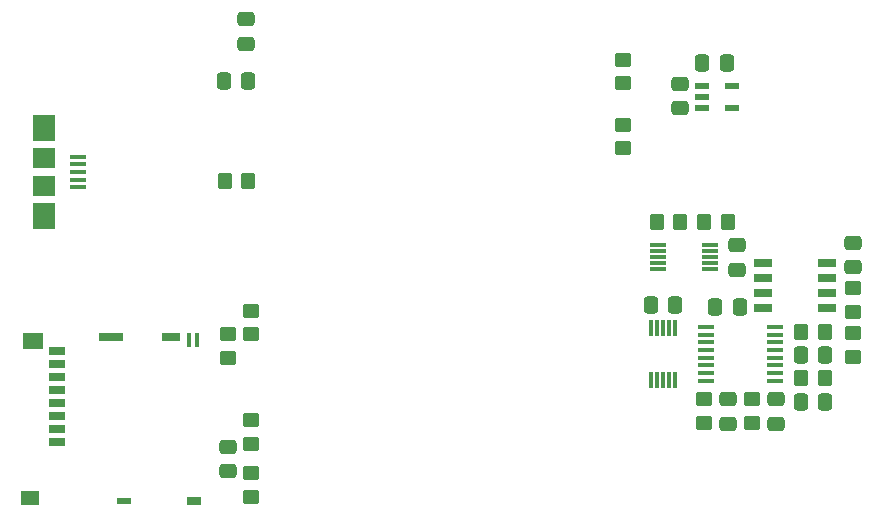
<source format=gbr>
%TF.GenerationSoftware,KiCad,Pcbnew,(7.0.0)*%
%TF.CreationDate,2023-06-14T15:09:39+02:00*%
%TF.ProjectId,PEE50_voltametrie,50454535-305f-4766-9f6c-74616d657472,rev?*%
%TF.SameCoordinates,Original*%
%TF.FileFunction,Paste,Top*%
%TF.FilePolarity,Positive*%
%FSLAX46Y46*%
G04 Gerber Fmt 4.6, Leading zero omitted, Abs format (unit mm)*
G04 Created by KiCad (PCBNEW (7.0.0)) date 2023-06-14 15:09:39*
%MOMM*%
%LPD*%
G01*
G04 APERTURE LIST*
G04 Aperture macros list*
%AMRoundRect*
0 Rectangle with rounded corners*
0 $1 Rounding radius*
0 $2 $3 $4 $5 $6 $7 $8 $9 X,Y pos of 4 corners*
0 Add a 4 corners polygon primitive as box body*
4,1,4,$2,$3,$4,$5,$6,$7,$8,$9,$2,$3,0*
0 Add four circle primitives for the rounded corners*
1,1,$1+$1,$2,$3*
1,1,$1+$1,$4,$5*
1,1,$1+$1,$6,$7*
1,1,$1+$1,$8,$9*
0 Add four rect primitives between the rounded corners*
20,1,$1+$1,$2,$3,$4,$5,0*
20,1,$1+$1,$4,$5,$6,$7,0*
20,1,$1+$1,$6,$7,$8,$9,0*
20,1,$1+$1,$8,$9,$2,$3,0*%
G04 Aperture macros list end*
%ADD10R,1.400000X0.300000*%
%ADD11RoundRect,0.250000X0.337500X0.475000X-0.337500X0.475000X-0.337500X-0.475000X0.337500X-0.475000X0*%
%ADD12RoundRect,0.250000X-0.450000X0.350000X-0.450000X-0.350000X0.450000X-0.350000X0.450000X0.350000X0*%
%ADD13RoundRect,0.250000X0.450000X-0.350000X0.450000X0.350000X-0.450000X0.350000X-0.450000X-0.350000X0*%
%ADD14R,1.528000X0.650000*%
%ADD15RoundRect,0.250000X-0.475000X0.337500X-0.475000X-0.337500X0.475000X-0.337500X0.475000X0.337500X0*%
%ADD16RoundRect,0.250000X-0.350000X-0.450000X0.350000X-0.450000X0.350000X0.450000X-0.350000X0.450000X0*%
%ADD17R,0.300000X1.400000*%
%ADD18RoundRect,0.250000X-0.337500X-0.475000X0.337500X-0.475000X0.337500X0.475000X-0.337500X0.475000X0*%
%ADD19R,1.400000X0.800000*%
%ADD20R,0.450000X1.150000*%
%ADD21R,1.800000X1.350000*%
%ADD22R,2.140000X0.650000*%
%ADD23R,1.600000X0.650000*%
%ADD24R,1.300000X0.650000*%
%ADD25R,1.150000X0.600000*%
%ADD26R,1.500000X1.160000*%
%ADD27R,1.475000X0.450000*%
%ADD28RoundRect,0.250000X0.350000X0.450000X-0.350000X0.450000X-0.350000X-0.450000X0.350000X-0.450000X0*%
%ADD29R,1.200000X0.600000*%
%ADD30RoundRect,0.250000X0.475000X-0.337500X0.475000X0.337500X-0.475000X0.337500X-0.475000X-0.337500X0*%
%ADD31R,1.400000X0.400000*%
%ADD32R,1.900000X2.300000*%
%ADD33R,1.900000X1.800000*%
G04 APERTURE END LIST*
D10*
%TO.C,IC6*%
X196099999Y-99724999D03*
X196099999Y-99224999D03*
X196099999Y-98724999D03*
X196099999Y-98224999D03*
X196099999Y-97724999D03*
X191699999Y-97724999D03*
X191699999Y-98224999D03*
X191699999Y-98724999D03*
X191699999Y-99224999D03*
X191699999Y-99724999D03*
%TD*%
D11*
%TO.C,C7*%
X198600000Y-102975000D03*
X196525000Y-102975000D03*
%TD*%
D12*
%TO.C,R10*%
X188750000Y-87500000D03*
X188750000Y-89500000D03*
%TD*%
D13*
%TO.C,R12*%
X155250000Y-107250000D03*
X155250000Y-105250000D03*
%TD*%
D14*
%TO.C,IC7*%
X200599999Y-99204999D03*
X200599999Y-100474999D03*
X200599999Y-101744999D03*
X200599999Y-103014999D03*
X206021999Y-103014999D03*
X206021999Y-101744999D03*
X206021999Y-100474999D03*
X206021999Y-99204999D03*
%TD*%
D13*
%TO.C,R14*%
X157250000Y-105250000D03*
X157250000Y-103250000D03*
%TD*%
D15*
%TO.C,C8*%
X197632000Y-110746500D03*
X197632000Y-112821500D03*
%TD*%
D12*
%TO.C,R16*%
X157250000Y-117000000D03*
X157250000Y-119000000D03*
%TD*%
D16*
%TO.C,R8*%
X155000000Y-92250000D03*
X157000000Y-92250000D03*
%TD*%
D15*
%TO.C,C13*%
X155250000Y-114750000D03*
X155250000Y-116825000D03*
%TD*%
D17*
%TO.C,IC5*%
X191099999Y-109124999D03*
X191599999Y-109124999D03*
X192099999Y-109124999D03*
X192599999Y-109124999D03*
X193099999Y-109124999D03*
X193099999Y-104724999D03*
X192599999Y-104724999D03*
X192099999Y-104724999D03*
X191599999Y-104724999D03*
X191099999Y-104724999D03*
%TD*%
D18*
%TO.C,C15*%
X191100000Y-102725000D03*
X193175000Y-102725000D03*
%TD*%
D16*
%TO.C,R4*%
X203800000Y-105025000D03*
X205800000Y-105025000D03*
%TD*%
D18*
%TO.C,C10*%
X203792500Y-110950000D03*
X205867500Y-110950000D03*
%TD*%
D16*
%TO.C,R3*%
X203800000Y-108975000D03*
X205800000Y-108975000D03*
%TD*%
D11*
%TO.C,C4*%
X197506000Y-82300000D03*
X195431000Y-82300000D03*
%TD*%
D12*
%TO.C,R5*%
X208170000Y-101350000D03*
X208170000Y-103350000D03*
%TD*%
D19*
%TO.C,J1*%
X140814999Y-114360499D03*
X140814999Y-113259499D03*
X140814999Y-112159499D03*
X140814999Y-111059499D03*
X140814999Y-109959499D03*
X140814999Y-108859499D03*
X140814999Y-107759499D03*
X140814999Y-106659499D03*
D20*
X152639999Y-105694499D03*
X151979999Y-105694499D03*
D21*
X138764999Y-105795499D03*
D22*
X145394999Y-105444499D03*
D23*
X150474999Y-105444499D03*
D24*
X152414999Y-119345499D03*
D25*
X146489999Y-119370499D03*
D26*
X138514999Y-119089499D03*
%TD*%
D12*
%TO.C,R6*%
X208170000Y-105160000D03*
X208170000Y-107160000D03*
%TD*%
D27*
%TO.C,IC3*%
X195721999Y-104618999D03*
X195721999Y-105268999D03*
X195721999Y-105918999D03*
X195721999Y-106568999D03*
X195721999Y-107218999D03*
X195721999Y-107868999D03*
X195721999Y-108518999D03*
X195721999Y-109168999D03*
X201597999Y-109168999D03*
X201597999Y-108518999D03*
X201597999Y-107868999D03*
X201597999Y-107218999D03*
X201597999Y-106568999D03*
X201597999Y-105918999D03*
X201597999Y-105268999D03*
X201597999Y-104618999D03*
%TD*%
D28*
%TO.C,R11*%
X193600000Y-95725000D03*
X191600000Y-95725000D03*
%TD*%
D12*
%TO.C,R1*%
X195600000Y-110754000D03*
X195600000Y-112754000D03*
%TD*%
D13*
%TO.C,R15*%
X157250000Y-114500000D03*
X157250000Y-112500000D03*
%TD*%
D29*
%TO.C,IC2*%
X195430999Y-84209999D03*
X195430999Y-85159999D03*
X195430999Y-86109999D03*
X197930999Y-86109999D03*
X197930999Y-84209999D03*
%TD*%
D13*
%TO.C,R9*%
X188750000Y-84000000D03*
X188750000Y-82000000D03*
%TD*%
D16*
%TO.C,R7*%
X195600000Y-95725000D03*
X197600000Y-95725000D03*
%TD*%
D30*
%TO.C,C16*%
X208200000Y-99575000D03*
X208200000Y-97500000D03*
%TD*%
D15*
%TO.C,C5*%
X156845000Y-78570000D03*
X156845000Y-80645000D03*
%TD*%
D30*
%TO.C,C12*%
X198350000Y-99800000D03*
X198350000Y-97725000D03*
%TD*%
%TO.C,C1*%
X193526000Y-86110000D03*
X193526000Y-84035000D03*
%TD*%
D18*
%TO.C,C11*%
X203792500Y-107000000D03*
X205867500Y-107000000D03*
%TD*%
D31*
%TO.C,J2*%
X142549999Y-90199999D03*
X142549999Y-90849999D03*
X142549999Y-91499999D03*
X142549999Y-92149999D03*
X142549999Y-92799999D03*
D32*
X139699999Y-87749999D03*
D33*
X139699999Y-90349999D03*
X139699999Y-92649999D03*
D32*
X139699999Y-95249999D03*
%TD*%
D15*
%TO.C,C9*%
X201650000Y-110746500D03*
X201650000Y-112821500D03*
%TD*%
D12*
%TO.C,R2*%
X199650000Y-110754000D03*
X199650000Y-112754000D03*
%TD*%
D11*
%TO.C,C14*%
X157015000Y-83820000D03*
X154940000Y-83820000D03*
%TD*%
M02*

</source>
